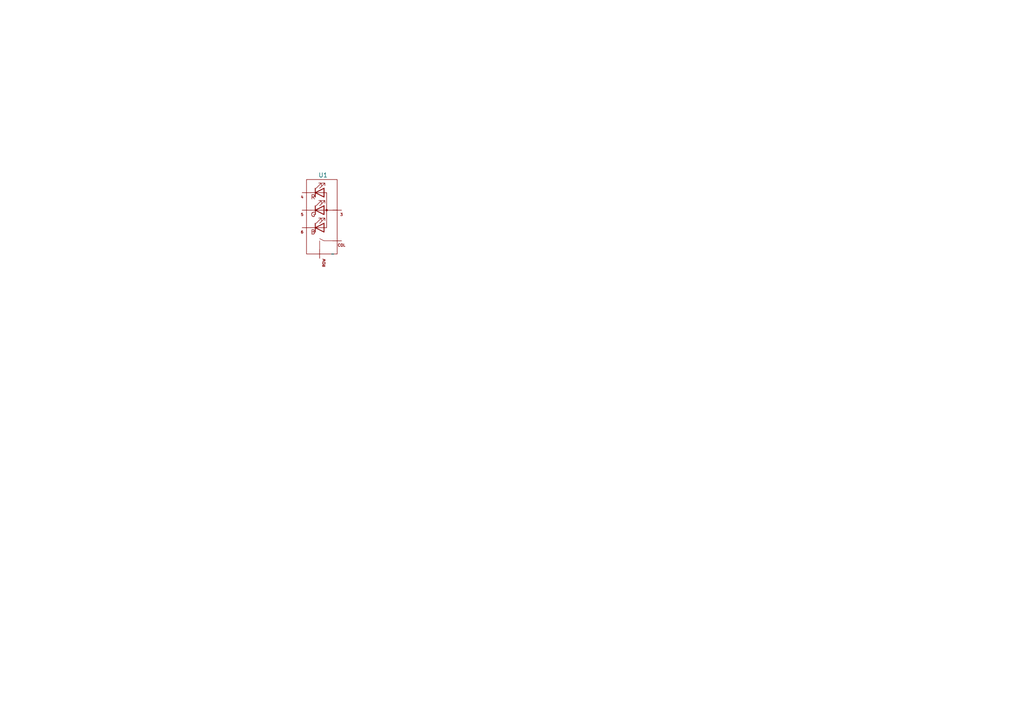
<source format=kicad_sch>
(kicad_sch (version 20230121) (generator eeschema)
  (paper "A4")
  (lib_symbols
    (symbol "socket_hotswap_kalih_symbol:socket_hotswap_kalih"
      (property "Reference" "U" (at 3.81 -2.54 0))
      (symbol "socket_hotswap_kalih_0_0"
        (polyline (pts (xy 0 -1.27) (xy 0 1.27)) (stroke (width 0.127)))
        (polyline (pts (xy 3.81 1.27) (xy 1.27 1.27) (xy 0 1.905)) (stroke (width 0.127)))
        (text "B" (at -1.905 3.81 0) (effects (font (size 1.27 1.27))))
        (text "COL" (at 6.35 0 0) (effects (font (size 0.762 0.762))))
        (text "G" (at -1.905 8.89 0) (effects (font (size 1.27 1.27))))
        (text "R" (at -1.905 13.97 0) (effects (font (size 1.27 1.27))))
        (text "ROW" (at 1.27 -3.81 900) (effects (font (size 0.762 0.762)) (justify right)))
      )
      (symbol "socket_hotswap_kalih_0_1"
        (polyline (pts (xy -1.27 5.08) (xy -2.54 5.08)))
        (polyline (pts (xy -1.27 5.08) (xy 1.27 5.08)))
        (polyline (pts (xy -1.27 6.35) (xy -1.27 3.81)) (stroke (width 0.254)))
        (polyline (pts (xy -1.27 10.16) (xy -2.54 10.16)))
        (polyline (pts (xy -1.27 11.43) (xy -1.27 8.89)) (stroke (width 0.254)))
        (polyline (pts (xy -1.27 15.24) (xy -2.54 15.24)))
        (polyline (pts (xy -1.27 15.24) (xy 1.27 15.24)))
        (polyline (pts (xy -1.27 16.51) (xy -1.27 13.97)) (stroke (width 0.254)))
        (polyline (pts (xy 1.27 10.16) (xy -1.27 10.16)))
        (polyline (pts (xy 1.27 10.16) (xy 5.08 10.16)))
        (polyline (pts (xy -1.27 11.43) (xy -1.27 8.89) (xy -1.27 8.89)))
        (polyline (pts (xy -1.27 16.51) (xy -1.27 13.97) (xy -1.27 13.97)))
        (polyline (pts (xy 1.27 5.08) (xy 2.032 5.08) (xy 2.032 15.24) (xy 1.27 15.24)))
        (polyline (pts (xy 1.27 6.35) (xy 1.27 3.81) (xy -1.27 5.08) (xy 1.27 6.35)) (stroke (width 0.254)))
        (polyline (pts (xy 1.27 11.43) (xy 1.27 8.89) (xy -1.27 10.16) (xy 1.27 11.43)) (stroke (width 0.254)))
        (polyline (pts (xy 1.27 16.51) (xy 1.27 13.97) (xy -1.27 15.24) (xy 1.27 16.51)) (stroke (width 0.254)))
        (polyline (pts (xy -1.016 6.35) (xy 0.508 7.874) (xy -0.254 7.874) (xy 0.508 7.874) (xy 0.508 7.112)))
        (polyline (pts (xy -1.016 11.43) (xy 0.508 12.954) (xy -0.254 12.954) (xy 0.508 12.954) (xy 0.508 12.192)))
        (polyline (pts (xy -1.016 16.51) (xy 0.508 18.034) (xy -0.254 18.034) (xy 0.508 18.034) (xy 0.508 17.272)))
        (polyline (pts (xy 0 6.35) (xy 1.524 7.874) (xy 0.762 7.874) (xy 1.524 7.874) (xy 1.524 7.112)))
        (polyline (pts (xy 0 11.43) (xy 1.524 12.954) (xy 0.762 12.954) (xy 1.524 12.954) (xy 1.524 12.192)))
        (polyline (pts (xy 0 16.51) (xy 1.524 18.034) (xy 0.762 18.034) (xy 1.524 18.034) (xy 1.524 17.272)))
        (polyline (pts (xy 5.08 -2.54) (xy 5.08 19.05) (xy -3.81 19.05) (xy -3.81 -2.54) (xy 5.08 -2.54)))
        (rectangle (start 1.27 8.89) (end 1.27 11.43))
        (rectangle (start 1.27 11.43) (end 1.27 11.43))
        (rectangle (start 1.27 13.97) (end 1.27 16.51))
        (rectangle (start 1.27 16.51) (end 1.27 16.51))
        (circle (center 2.032 10.16) (radius 0.254) (fill (type outline)))
      )
      (symbol "socket_hotswap_kalih_1_0"
        (text "3" (at 6.35 8.89 0) (effects (font (size 0.762 0.762))))
        (text "4" (at -5.08 13.97 0) (effects (font (size 0.762 0.762))))
        (text "5" (at -5.08 8.89 0) (effects (font (size 0.762 0.762))))
        (text "6" (at -5.08 3.81 0) (effects (font (size 0.762 0.762))))
      )
      (symbol "socket_hotswap_kalih_1_1"
        (pin passive line (at 6.35 1.27 180) (length 2.54) (name "COL") (number "1"))
        (pin passive line (at 0 -3.81 90) (length 2.54) (name "ROW") (number "2"))
        (pin passive line (at 6.35 10.16 180) (length 2.54) (name "COL") (number "3"))
        (pin passive line (at -5.08 15.24 0) (length 2.54) (name "COL") (number "4"))
        (pin passive line (at -5.08 10.16 0) (length 2.54) (name "COL") (number "5"))
        (pin passive line (at -5.08 5.08 0) (length 2.54) (name "COL") (number "6"))
      )
    )
  )
  (symbol (lib_id "socket_hotswap_kalih_symbol:socket_hotswap_kalih") (at 92.71 71.12 0) (unit 1)
    (property "Reference" "U1" (at 93.7079 50.8 0))
    (property "Value" "~" (at 96.52 73.66 0))
    (property "Footprint" "socket_multi_mechanical_keyboard:socket_MX_hotswap" (effects hide))
  )
)
</source>
